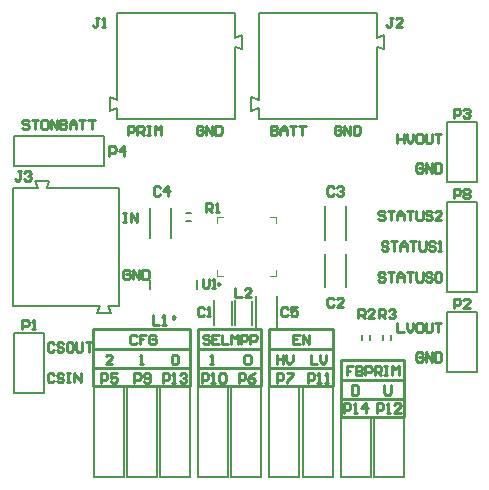
<source format=gto>
G04*
G04 #@! TF.GenerationSoftware,Altium Limited,Altium Designer,21.7.2 (23)*
G04*
G04 Layer_Color=65535*
%FSLAX25Y25*%
%MOIN*%
G70*
G04*
G04 #@! TF.SameCoordinates,3D67BF19-0A55-4891-8FEB-F4BE30BF2CF6*
G04*
G04*
G04 #@! TF.FilePolarity,Positive*
G04*
G01*
G75*
%ADD10C,0.00984*%
%ADD11C,0.01000*%
%ADD12C,0.00787*%
%ADD13C,0.00394*%
D10*
X69980Y66339D02*
X69242Y66765D01*
Y65912D01*
X69980Y66339D01*
X54823Y55216D02*
X54085Y55643D01*
Y54790D01*
X54823Y55216D01*
D11*
X86221Y38189D02*
X107480D01*
X86221Y51181D02*
X107480D01*
Y38189D02*
Y51181D01*
X86221Y38189D02*
Y51181D01*
Y32283D02*
X107480D01*
X86221Y44488D02*
X107480D01*
Y32283D02*
Y44488D01*
X86221Y32283D02*
Y44488D01*
X62402Y38189D02*
X83661D01*
X62402Y51181D02*
X83661D01*
Y38189D02*
Y51181D01*
X62402Y38189D02*
Y51181D01*
Y32283D02*
X83661D01*
X62402Y44488D02*
X83661D01*
Y32283D02*
Y44488D01*
X62402Y32283D02*
Y44488D01*
X27559Y32283D02*
X59842D01*
X27559Y44488D02*
X59842D01*
Y32283D02*
Y44488D01*
X27559Y32283D02*
Y44488D01*
X110039Y27953D02*
X131299D01*
X110039Y40945D02*
X131299D01*
Y27953D02*
Y40945D01*
X110039Y27953D02*
Y40945D01*
Y22047D02*
X131299D01*
X110039Y34252D02*
X131299D01*
Y22047D02*
Y34252D01*
X110039Y22047D02*
Y34252D01*
X27559Y38189D02*
X59842D01*
X27559Y51181D02*
X59842D01*
Y38189D02*
Y51181D01*
X27559Y38189D02*
Y51181D01*
X6052Y120553D02*
X5527Y121078D01*
X4478D01*
X3953Y120553D01*
Y120028D01*
X4478Y119503D01*
X5527D01*
X6052Y118979D01*
Y118454D01*
X5527Y117929D01*
X4478D01*
X3953Y118454D01*
X7101Y121078D02*
X9200D01*
X8151D01*
Y117929D01*
X11824Y121078D02*
X10775D01*
X10250Y120553D01*
Y118454D01*
X10775Y117929D01*
X11824D01*
X12349Y118454D01*
Y120553D01*
X11824Y121078D01*
X13398Y117929D02*
Y121078D01*
X15498Y117929D01*
Y121078D01*
X16547D02*
Y117929D01*
X18121D01*
X18646Y118454D01*
Y118979D01*
X18121Y119503D01*
X16547D01*
X18121D01*
X18646Y120028D01*
Y120553D01*
X18121Y121078D01*
X16547D01*
X19696Y117929D02*
Y120028D01*
X20745Y121078D01*
X21795Y120028D01*
Y117929D01*
Y119503D01*
X19696D01*
X22844Y121078D02*
X24943D01*
X23894D01*
Y117929D01*
X25993Y121078D02*
X28092D01*
X27042D01*
Y117929D01*
X14516Y36104D02*
X13992Y36629D01*
X12942D01*
X12417Y36104D01*
Y34005D01*
X12942Y33480D01*
X13992D01*
X14516Y34005D01*
X17665Y36104D02*
X17140Y36629D01*
X16091D01*
X15566Y36104D01*
Y35579D01*
X16091Y35055D01*
X17140D01*
X17665Y34530D01*
Y34005D01*
X17140Y33480D01*
X16091D01*
X15566Y34005D01*
X18714Y36629D02*
X19764D01*
X19239D01*
Y33480D01*
X18714D01*
X19764D01*
X21338D02*
Y36629D01*
X23437Y33480D01*
Y36629D01*
X14516Y46340D02*
X13992Y46865D01*
X12942D01*
X12417Y46340D01*
Y44241D01*
X12942Y43716D01*
X13992D01*
X14516Y44241D01*
X17665Y46340D02*
X17140Y46865D01*
X16091D01*
X15566Y46340D01*
Y45816D01*
X16091Y45291D01*
X17140D01*
X17665Y44766D01*
Y44241D01*
X17140Y43716D01*
X16091D01*
X15566Y44241D01*
X20289Y46865D02*
X19239D01*
X18714Y46340D01*
Y44241D01*
X19239Y43716D01*
X20289D01*
X20814Y44241D01*
Y46340D01*
X20289Y46865D01*
X21863D02*
Y44241D01*
X22388Y43716D01*
X23437D01*
X23962Y44241D01*
Y46865D01*
X25012D02*
X27111D01*
X26061D01*
Y43716D01*
X100016Y42731D02*
Y39583D01*
X102115D01*
X103164Y42731D02*
Y40632D01*
X104214Y39583D01*
X105263Y40632D01*
Y42731D01*
X88795D02*
Y39583D01*
Y41157D01*
X90894D01*
Y42731D01*
Y39583D01*
X91944Y42731D02*
Y40632D01*
X92993Y39583D01*
X94043Y40632D01*
Y42731D01*
X96406Y49424D02*
X94307D01*
Y46276D01*
X96406D01*
X94307Y47850D02*
X95357D01*
X97456Y46276D02*
Y49424D01*
X99555Y46276D01*
Y49424D01*
X66288Y48899D02*
X65763Y49424D01*
X64714D01*
X64189Y48899D01*
Y48375D01*
X64714Y47850D01*
X65763D01*
X66288Y47325D01*
Y46800D01*
X65763Y46276D01*
X64714D01*
X64189Y46800D01*
X69437Y49424D02*
X67338D01*
Y46276D01*
X69437D01*
X67338Y47850D02*
X68387D01*
X70486Y49424D02*
Y46276D01*
X72585D01*
X73635D02*
Y49424D01*
X74684Y48375D01*
X75734Y49424D01*
Y46276D01*
X76783D02*
Y49424D01*
X78358D01*
X78882Y48899D01*
Y47850D01*
X78358Y47325D01*
X76783D01*
X79932Y46276D02*
Y49424D01*
X81506D01*
X82031Y48899D01*
Y47850D01*
X81506Y47325D01*
X79932D01*
X77969Y42206D02*
X78493Y42731D01*
X79543D01*
X80068Y42206D01*
Y40108D01*
X79543Y39583D01*
X78493D01*
X77969Y40108D01*
Y42206D01*
X66551Y39583D02*
X67601D01*
X67076D01*
Y42731D01*
X66551Y42206D01*
X43126Y39583D02*
X44175D01*
X43651D01*
Y42731D01*
X43126Y42206D01*
X33808Y39583D02*
X31709D01*
X33808Y41682D01*
Y42206D01*
X33283Y42731D01*
X32233D01*
X31709Y42206D01*
X42075Y48899D02*
X41551Y49424D01*
X40501D01*
X39976Y48899D01*
Y46800D01*
X40501Y46276D01*
X41551D01*
X42075Y46800D01*
X45224Y49424D02*
X43125D01*
Y47850D01*
X44175D01*
X43125D01*
Y46276D01*
X48373Y48899D02*
X47848Y49424D01*
X46798D01*
X46274Y48899D01*
Y46800D01*
X46798Y46276D01*
X47848D01*
X48373Y46800D01*
Y47850D01*
X47323D01*
X53756Y42206D02*
X54281Y42731D01*
X55330D01*
X55855Y42206D01*
Y40108D01*
X55330Y39583D01*
X54281D01*
X53756Y40108D01*
Y42206D01*
X114123Y38991D02*
X112024D01*
Y37417D01*
X113073D01*
X112024D01*
Y35842D01*
X115172Y38991D02*
Y35842D01*
X116746D01*
X117271Y36367D01*
Y36892D01*
X116746Y37417D01*
X115172D01*
X116746D01*
X117271Y37942D01*
Y38466D01*
X116746Y38991D01*
X115172D01*
X118321Y35842D02*
Y38991D01*
X119895D01*
X120420Y38466D01*
Y37417D01*
X119895Y36892D01*
X118321D01*
X121469Y35842D02*
Y38991D01*
X123044D01*
X123568Y38466D01*
Y37417D01*
X123044Y36892D01*
X121469D01*
X122519D02*
X123568Y35842D01*
X124618Y38991D02*
X125668D01*
X125143D01*
Y35842D01*
X124618D01*
X125668D01*
X127242D02*
Y38991D01*
X128291Y37942D01*
X129341Y38991D01*
Y35842D01*
X124622Y32495D02*
Y29871D01*
X125147Y29346D01*
X126196D01*
X126721Y29871D01*
Y32495D01*
X113795D02*
Y29346D01*
X115370D01*
X115894Y29871D01*
Y31970D01*
X115370Y32495D01*
X113795D01*
X86827Y119109D02*
Y115961D01*
X88401D01*
X88926Y116485D01*
Y117010D01*
X88401Y117535D01*
X86827D01*
X88401D01*
X88926Y118060D01*
Y118585D01*
X88401Y119109D01*
X86827D01*
X89975Y115961D02*
Y118060D01*
X91025Y119109D01*
X92074Y118060D01*
Y115961D01*
Y117535D01*
X89975D01*
X93124Y119109D02*
X95223D01*
X94174D01*
Y115961D01*
X96272Y119109D02*
X98372D01*
X97322D01*
Y115961D01*
X39189D02*
Y119109D01*
X40763D01*
X41288Y118585D01*
Y117535D01*
X40763Y117010D01*
X39189D01*
X42338Y115961D02*
Y119109D01*
X43912D01*
X44437Y118585D01*
Y117535D01*
X43912Y117010D01*
X42338D01*
X43387D02*
X44437Y115961D01*
X45486Y119109D02*
X46536D01*
X46011D01*
Y115961D01*
X45486D01*
X46536D01*
X48110D02*
Y119109D01*
X49160Y118060D01*
X50209Y119109D01*
Y115961D01*
X110184Y118585D02*
X109659Y119109D01*
X108609D01*
X108085Y118585D01*
Y116485D01*
X108609Y115961D01*
X109659D01*
X110184Y116485D01*
Y117535D01*
X109134D01*
X111233Y115961D02*
Y119109D01*
X113332Y115961D01*
Y119109D01*
X114382D02*
Y115961D01*
X115956D01*
X116481Y116485D01*
Y118585D01*
X115956Y119109D01*
X114382D01*
X64121Y118585D02*
X63596Y119109D01*
X62546D01*
X62022Y118585D01*
Y116485D01*
X62546Y115961D01*
X63596D01*
X64121Y116485D01*
Y117535D01*
X63071D01*
X65170Y115961D02*
Y119109D01*
X67269Y115961D01*
Y119109D01*
X68319D02*
Y115961D01*
X69893D01*
X70418Y116485D01*
Y118585D01*
X69893Y119109D01*
X68319D01*
X37612Y89975D02*
X38662D01*
X38137D01*
Y86827D01*
X37612D01*
X38662D01*
X40236D02*
Y89975D01*
X42335Y86827D01*
Y89975D01*
X39713Y70553D02*
X39189Y71078D01*
X38139D01*
X37614Y70553D01*
Y68454D01*
X38139Y67929D01*
X39189D01*
X39713Y68454D01*
Y69503D01*
X38664D01*
X40763Y67929D02*
Y71078D01*
X42862Y67929D01*
Y71078D01*
X43911D02*
Y67929D01*
X45486D01*
X46010Y68454D01*
Y70553D01*
X45486Y71078D01*
X43911D01*
X124755Y69766D02*
X124230Y70290D01*
X123180D01*
X122656Y69766D01*
Y69241D01*
X123180Y68716D01*
X124230D01*
X124755Y68191D01*
Y67667D01*
X124230Y67142D01*
X123180D01*
X122656Y67667D01*
X125804Y70290D02*
X127903D01*
X126854D01*
Y67142D01*
X128953D02*
Y69241D01*
X130002Y70290D01*
X131052Y69241D01*
Y67142D01*
Y68716D01*
X128953D01*
X132101Y70290D02*
X134200D01*
X133151D01*
Y67142D01*
X135250Y70290D02*
Y67667D01*
X135775Y67142D01*
X136824D01*
X137349Y67667D01*
Y70290D01*
X140498Y69766D02*
X139973Y70290D01*
X138923D01*
X138399Y69766D01*
Y69241D01*
X138923Y68716D01*
X139973D01*
X140498Y68191D01*
Y67667D01*
X139973Y67142D01*
X138923D01*
X138399Y67667D01*
X141547Y69766D02*
X142072Y70290D01*
X143121D01*
X143646Y69766D01*
Y67667D01*
X143121Y67142D01*
X142072D01*
X141547Y67667D01*
Y69766D01*
X125804Y80002D02*
X125279Y80527D01*
X124230D01*
X123705Y80002D01*
Y79477D01*
X124230Y78952D01*
X125279D01*
X125804Y78427D01*
Y77903D01*
X125279Y77378D01*
X124230D01*
X123705Y77903D01*
X126854Y80527D02*
X128953D01*
X127903D01*
Y77378D01*
X130002D02*
Y79477D01*
X131052Y80527D01*
X132101Y79477D01*
Y77378D01*
Y78952D01*
X130002D01*
X133151Y80527D02*
X135250D01*
X134200D01*
Y77378D01*
X136300Y80527D02*
Y77903D01*
X136824Y77378D01*
X137874D01*
X138399Y77903D01*
Y80527D01*
X141547Y80002D02*
X141022Y80527D01*
X139973D01*
X139448Y80002D01*
Y79477D01*
X139973Y78952D01*
X141022D01*
X141547Y78427D01*
Y77903D01*
X141022Y77378D01*
X139973D01*
X139448Y77903D01*
X142597Y77378D02*
X143646D01*
X143121D01*
Y80527D01*
X142597Y80002D01*
X124755Y90238D02*
X124230Y90763D01*
X123180D01*
X122656Y90238D01*
Y89713D01*
X123180Y89188D01*
X124230D01*
X124755Y88664D01*
Y88139D01*
X124230Y87614D01*
X123180D01*
X122656Y88139D01*
X125804Y90763D02*
X127903D01*
X126854D01*
Y87614D01*
X128953D02*
Y89713D01*
X130002Y90763D01*
X131052Y89713D01*
Y87614D01*
Y89188D01*
X128953D01*
X132101Y90763D02*
X134200D01*
X133151D01*
Y87614D01*
X135250Y90763D02*
Y88139D01*
X135775Y87614D01*
X136824D01*
X137349Y88139D01*
Y90763D01*
X140498Y90238D02*
X139973Y90763D01*
X138923D01*
X138399Y90238D01*
Y89713D01*
X138923Y89188D01*
X139973D01*
X140498Y88664D01*
Y88139D01*
X139973Y87614D01*
X138923D01*
X138399Y88139D01*
X143646Y87614D02*
X141547D01*
X143646Y89713D01*
Y90238D01*
X143121Y90763D01*
X142072D01*
X141547Y90238D01*
X128953Y53361D02*
Y50213D01*
X131052D01*
X132101Y53361D02*
Y51262D01*
X133151Y50213D01*
X134200Y51262D01*
Y53361D01*
X136824D02*
X135775D01*
X135250Y52836D01*
Y50737D01*
X135775Y50213D01*
X136824D01*
X137349Y50737D01*
Y52836D01*
X136824Y53361D01*
X138399D02*
Y50737D01*
X138923Y50213D01*
X139973D01*
X140498Y50737D01*
Y53361D01*
X141547D02*
X143646D01*
X142597D01*
Y50213D01*
X137349Y42994D02*
X136824Y43519D01*
X135775D01*
X135250Y42994D01*
Y40895D01*
X135775Y40370D01*
X136824D01*
X137349Y40895D01*
Y41944D01*
X136300D01*
X138399Y40370D02*
Y43519D01*
X140498Y40370D01*
Y43519D01*
X141547D02*
Y40370D01*
X143121D01*
X143646Y40895D01*
Y42994D01*
X143121Y43519D01*
X141547D01*
X137349Y105986D02*
X136824Y106511D01*
X135775D01*
X135250Y105986D01*
Y103887D01*
X135775Y103362D01*
X136824D01*
X137349Y103887D01*
Y104937D01*
X136300D01*
X138399Y103362D02*
Y106511D01*
X140498Y103362D01*
Y106511D01*
X141547D02*
Y103362D01*
X143121D01*
X143646Y103887D01*
Y105986D01*
X143121Y106511D01*
X141547D01*
X128953Y116353D02*
Y113205D01*
Y114779D01*
X131052D01*
Y116353D01*
Y113205D01*
X132101Y116353D02*
Y114254D01*
X133151Y113205D01*
X134200Y114254D01*
Y116353D01*
X136824D02*
X135775D01*
X135250Y115829D01*
Y113730D01*
X135775Y113205D01*
X136824D01*
X137349Y113730D01*
Y115829D01*
X136824Y116353D01*
X138399D02*
Y113730D01*
X138923Y113205D01*
X139973D01*
X140498Y113730D01*
Y116353D01*
X141547D02*
X143646D01*
X142597D01*
Y113205D01*
X33006Y109056D02*
Y112204D01*
X34580D01*
X35105Y111679D01*
Y110630D01*
X34580Y110105D01*
X33006D01*
X37729Y109056D02*
Y112204D01*
X36155Y110630D01*
X38254D01*
X4003Y51182D02*
Y54330D01*
X5578D01*
X6102Y53805D01*
Y52756D01*
X5578Y52231D01*
X4003D01*
X7152Y51182D02*
X8201D01*
X7677D01*
Y54330D01*
X7152Y53805D01*
X3609Y103937D02*
X2560D01*
X3084D01*
Y101313D01*
X2560Y100788D01*
X2035D01*
X1510Y101313D01*
X4659Y103412D02*
X5183Y103937D01*
X6233D01*
X6758Y103412D01*
Y102887D01*
X6233Y102362D01*
X5708D01*
X6233D01*
X6758Y101837D01*
Y101313D01*
X6233Y100788D01*
X5183D01*
X4659Y101313D01*
X29528Y155118D02*
X28478D01*
X29003D01*
Y152494D01*
X28478Y151969D01*
X27953D01*
X27428Y152494D01*
X30577Y151969D02*
X31627D01*
X31102D01*
Y155118D01*
X30577Y154593D01*
X127428Y155118D02*
X126379D01*
X126903D01*
Y152494D01*
X126379Y151969D01*
X125854D01*
X125329Y152494D01*
X130577Y151969D02*
X128478D01*
X130577Y154068D01*
Y154593D01*
X130052Y155118D01*
X129002D01*
X128478Y154593D01*
X64043Y68110D02*
Y65486D01*
X64567Y64961D01*
X65617D01*
X66142Y65486D01*
Y68110D01*
X67191Y64961D02*
X68241D01*
X67716D01*
Y68110D01*
X67191Y67585D01*
X122860Y54814D02*
Y57963D01*
X124434D01*
X124959Y57438D01*
Y56388D01*
X124434Y55864D01*
X122860D01*
X123909D02*
X124959Y54814D01*
X126008Y57438D02*
X126533Y57963D01*
X127583D01*
X128108Y57438D01*
Y56913D01*
X127583Y56388D01*
X127058D01*
X127583D01*
X128108Y55864D01*
Y55339D01*
X127583Y54814D01*
X126533D01*
X126008Y55339D01*
X115987Y54814D02*
Y57963D01*
X117562D01*
X118087Y57438D01*
Y56388D01*
X117562Y55864D01*
X115987D01*
X117037D02*
X118087Y54814D01*
X121235D02*
X119136D01*
X121235Y56913D01*
Y57438D01*
X120710Y57963D01*
X119661D01*
X119136Y57438D01*
X65224Y90158D02*
Y93307D01*
X66798D01*
X67323Y92782D01*
Y91732D01*
X66798Y91207D01*
X65224D01*
X66273D02*
X67323Y90158D01*
X68372D02*
X69422D01*
X68897D01*
Y93307D01*
X68372Y92782D01*
X88868Y33332D02*
Y36480D01*
X90443D01*
X90968Y35955D01*
Y34906D01*
X90443Y34381D01*
X88868D01*
X92017Y36480D02*
X94116D01*
Y35955D01*
X92017Y33856D01*
Y33332D01*
X50789D02*
Y36480D01*
X52363D01*
X52888Y35955D01*
Y34906D01*
X52363Y34381D01*
X50789D01*
X53937Y33332D02*
X54987D01*
X54462D01*
Y36480D01*
X53937Y35955D01*
X56561D02*
X57086Y36480D01*
X58135D01*
X58660Y35955D01*
Y35431D01*
X58135Y34906D01*
X57611D01*
X58135D01*
X58660Y34381D01*
Y33856D01*
X58135Y33332D01*
X57086D01*
X56561Y33856D01*
X76140Y33332D02*
Y36480D01*
X77715D01*
X78239Y35955D01*
Y34906D01*
X77715Y34381D01*
X76140D01*
X81388Y36480D02*
X80338Y35955D01*
X79289Y34906D01*
Y33856D01*
X79813Y33332D01*
X80863D01*
X81388Y33856D01*
Y34381D01*
X80863Y34906D01*
X79289D01*
X30218Y33332D02*
Y36480D01*
X31792D01*
X32317Y35955D01*
Y34906D01*
X31792Y34381D01*
X30218D01*
X35466Y36480D02*
X33367D01*
Y34906D01*
X34416Y35431D01*
X34941D01*
X35466Y34906D01*
Y33856D01*
X34941Y33332D01*
X33891D01*
X33367Y33856D01*
X147770Y94882D02*
Y98031D01*
X149344D01*
X149869Y97506D01*
Y96457D01*
X149344Y95932D01*
X147770D01*
X150918Y97506D02*
X151443Y98031D01*
X152493D01*
X153017Y97506D01*
Y96982D01*
X152493Y96457D01*
X153017Y95932D01*
Y95407D01*
X152493Y94882D01*
X151443D01*
X150918Y95407D01*
Y95932D01*
X151443Y96457D01*
X150918Y96982D01*
Y97506D01*
X151443Y96457D02*
X152493D01*
X41318Y33332D02*
Y36480D01*
X42892D01*
X43417Y35955D01*
Y34906D01*
X42892Y34381D01*
X41318D01*
X44467Y33856D02*
X44991Y33332D01*
X46041D01*
X46566Y33856D01*
Y35955D01*
X46041Y36480D01*
X44991D01*
X44467Y35955D01*
Y35431D01*
X44991Y34906D01*
X46566D01*
X147770Y58268D02*
Y61417D01*
X149344D01*
X149869Y60892D01*
Y59842D01*
X149344Y59318D01*
X147770D01*
X153017Y58268D02*
X150918D01*
X153017Y60367D01*
Y60892D01*
X152493Y61417D01*
X151443D01*
X150918Y60892D01*
X147770Y121654D02*
Y124803D01*
X149344D01*
X149869Y124278D01*
Y123228D01*
X149344Y122704D01*
X147770D01*
X150918Y124278D02*
X151443Y124803D01*
X152493D01*
X153017Y124278D01*
Y123753D01*
X152493Y123228D01*
X151968D01*
X152493D01*
X153017Y122704D01*
Y122179D01*
X152493Y121654D01*
X151443D01*
X150918Y122179D01*
X99181Y33332D02*
Y36480D01*
X100756D01*
X101280Y35955D01*
Y34906D01*
X100756Y34381D01*
X99181D01*
X102330Y33332D02*
X103379D01*
X102855D01*
Y36480D01*
X102330Y35955D01*
X104954Y33332D02*
X106003D01*
X105479D01*
Y36480D01*
X104954Y35955D01*
X111222Y23426D02*
Y26574D01*
X112796D01*
X113321Y26050D01*
Y25000D01*
X112796Y24475D01*
X111222D01*
X114370Y23426D02*
X115420D01*
X114895D01*
Y26574D01*
X114370Y26050D01*
X118569Y23426D02*
Y26574D01*
X116994Y25000D01*
X119093D01*
X63828Y33332D02*
Y36480D01*
X65403D01*
X65927Y35955D01*
Y34906D01*
X65403Y34381D01*
X63828D01*
X66977Y33332D02*
X68026D01*
X67502D01*
Y36480D01*
X66977Y35955D01*
X69601D02*
X70125Y36480D01*
X71175D01*
X71700Y35955D01*
Y33856D01*
X71175Y33332D01*
X70125D01*
X69601Y33856D01*
Y35955D01*
X122222Y23426D02*
Y26574D01*
X123796D01*
X124321Y26050D01*
Y25000D01*
X123796Y24475D01*
X122222D01*
X125371Y23426D02*
X126420D01*
X125895D01*
Y26574D01*
X125371Y26050D01*
X130094Y23426D02*
X127995D01*
X130094Y25525D01*
Y26050D01*
X129569Y26574D01*
X128519D01*
X127995Y26050D01*
X74935Y64960D02*
Y61812D01*
X77034D01*
X80183D02*
X78084D01*
X80183Y63911D01*
Y64435D01*
X79658Y64960D01*
X78609D01*
X78084Y64435D01*
X47507Y55905D02*
Y52756D01*
X49606D01*
X50656D02*
X51705D01*
X51181D01*
Y55905D01*
X50656Y55380D01*
X92389Y58136D02*
X91864Y58661D01*
X90814D01*
X90290Y58136D01*
Y56037D01*
X90814Y55512D01*
X91864D01*
X92389Y56037D01*
X95537Y58661D02*
X93438D01*
Y57087D01*
X94488Y57611D01*
X95012D01*
X95537Y57087D01*
Y56037D01*
X95012Y55512D01*
X93963D01*
X93438Y56037D01*
X49869Y98294D02*
X49344Y98818D01*
X48295D01*
X47770Y98294D01*
Y96195D01*
X48295Y95670D01*
X49344D01*
X49869Y96195D01*
X52493Y95670D02*
Y98818D01*
X50919Y97244D01*
X53017D01*
X107743Y98294D02*
X107218Y98818D01*
X106169D01*
X105644Y98294D01*
Y96195D01*
X106169Y95670D01*
X107218D01*
X107743Y96195D01*
X108792Y98294D02*
X109317Y98818D01*
X110367D01*
X110892Y98294D01*
Y97769D01*
X110367Y97244D01*
X109842D01*
X110367D01*
X110892Y96719D01*
Y96195D01*
X110367Y95670D01*
X109317D01*
X108792Y96195D01*
X107743Y61286D02*
X107218Y61810D01*
X106169D01*
X105644Y61286D01*
Y59187D01*
X106169Y58662D01*
X107218D01*
X107743Y59187D01*
X110892Y58662D02*
X108792D01*
X110892Y60761D01*
Y61286D01*
X110367Y61810D01*
X109317D01*
X108792Y61286D01*
X64567Y58136D02*
X64042Y58661D01*
X62993D01*
X62468Y58136D01*
Y56037D01*
X62993Y55512D01*
X64042D01*
X64567Y56037D01*
X65617Y55512D02*
X66666D01*
X66141D01*
Y58661D01*
X65617Y58136D01*
D12*
X53556Y81681D02*
Y91548D01*
X46444Y81681D02*
Y91548D01*
X1102Y49882D02*
X11102D01*
Y29882D02*
Y49882D01*
X1102Y29882D02*
X11102D01*
X1102D02*
Y49882D01*
X1339Y115630D02*
X31339D01*
X1339Y105630D02*
Y115630D01*
Y105630D02*
X31339D01*
Y115630D01*
X49724Y1929D02*
Y31929D01*
Y1929D02*
X59724D01*
Y31929D01*
X49724D02*
X59724D01*
X38701Y1929D02*
Y31929D01*
Y1929D02*
X48701D01*
Y31929D01*
X38701D02*
X48701D01*
X27677Y1929D02*
Y31929D01*
Y1929D02*
X37677D01*
Y31929D01*
X27677D02*
X37677D01*
X121181Y1929D02*
X131181D01*
X121181D02*
Y21929D01*
X131181D01*
Y1929D02*
Y21929D01*
X73543Y1929D02*
Y31929D01*
Y1929D02*
X83543D01*
Y31929D01*
X73543D02*
X83543D01*
X110158Y1929D02*
X120158D01*
X110158D02*
Y21929D01*
X120158D01*
Y1929D02*
Y21929D01*
X62520Y1929D02*
Y31929D01*
Y1929D02*
X72520D01*
Y31929D01*
X62520D02*
X72520D01*
X86339Y1929D02*
Y31929D01*
Y1929D02*
X96339D01*
Y31929D01*
X86339D02*
X96339D01*
X97362Y1929D02*
Y31929D01*
Y1929D02*
X107362D01*
Y31929D01*
X97362D02*
X107362D01*
X117126Y47638D02*
Y49213D01*
X119882Y47638D02*
Y49213D01*
X126772Y47638D02*
Y49213D01*
X124016Y47638D02*
Y49213D01*
X58661Y87205D02*
X60236D01*
X58661Y89961D02*
X60236D01*
X104701Y65330D02*
Y76402D01*
X111835Y65330D02*
Y76402D01*
X104701Y81078D02*
Y92150D01*
X111835Y81078D02*
Y92150D01*
X67716Y52547D02*
Y60839D01*
X74803Y52547D02*
Y60839D01*
X73721Y52641D02*
Y60745D01*
X80610Y52641D02*
Y60745D01*
X81866Y51157D02*
Y62229D01*
X89000Y51157D02*
Y62229D01*
X145394Y63740D02*
X155394D01*
X145394D02*
Y93740D01*
X155394D01*
Y63740D02*
Y93740D01*
X155394Y36968D02*
Y56968D01*
X145394D02*
X155394D01*
X145394Y36968D02*
Y56968D01*
Y36968D02*
X155394D01*
Y100354D02*
Y120354D01*
X145394D02*
X155394D01*
X145394Y100354D02*
Y120354D01*
Y100354D02*
X155394D01*
X787Y59055D02*
X29724D01*
X32480D02*
X36220D01*
Y98425D01*
X787Y59055D02*
Y98425D01*
X9252D01*
X12009D02*
X36220D01*
X8268Y100788D02*
X12992D01*
X8268D02*
X9251Y98425D01*
X12009D02*
X12992Y100788D01*
X32480Y59055D02*
X33464Y56693D01*
X28739D02*
X33464D01*
X28739D02*
X29723Y59055D01*
X82677Y127756D02*
Y156693D01*
Y121260D02*
Y125000D01*
Y121260D02*
X122047D01*
X82677Y156693D02*
X122047D01*
Y148228D02*
Y156693D01*
Y121260D02*
Y145472D01*
X124410Y144488D02*
Y149213D01*
X122047Y148229D02*
X124410Y149213D01*
X122047Y145472D02*
X124410Y144488D01*
X80315Y124017D02*
X82677Y125000D01*
X80315Y124017D02*
Y128741D01*
X82677Y127758D01*
X35432Y127756D02*
Y156693D01*
Y121260D02*
Y125000D01*
Y121260D02*
X74802D01*
X35432Y156693D02*
X74802D01*
Y148228D02*
Y156693D01*
Y121260D02*
Y145472D01*
X77165Y144488D02*
Y149213D01*
X74802Y148229D02*
X77165Y149213D01*
X74802Y145472D02*
X77165Y144488D01*
X33070Y124016D02*
X35432Y125000D01*
X33070Y124016D02*
Y128741D01*
X35432Y127758D01*
X46504Y64665D02*
Y67618D01*
X62157Y64665D02*
Y67618D01*
D13*
X88583Y68898D02*
Y70965D01*
X86516Y68898D02*
X88583D01*
Y86516D02*
Y88583D01*
X86516D02*
X88583D01*
X68898D02*
X70965D01*
X68898Y86516D02*
Y88583D01*
Y68898D02*
Y70965D01*
Y68898D02*
X70965D01*
M02*

</source>
